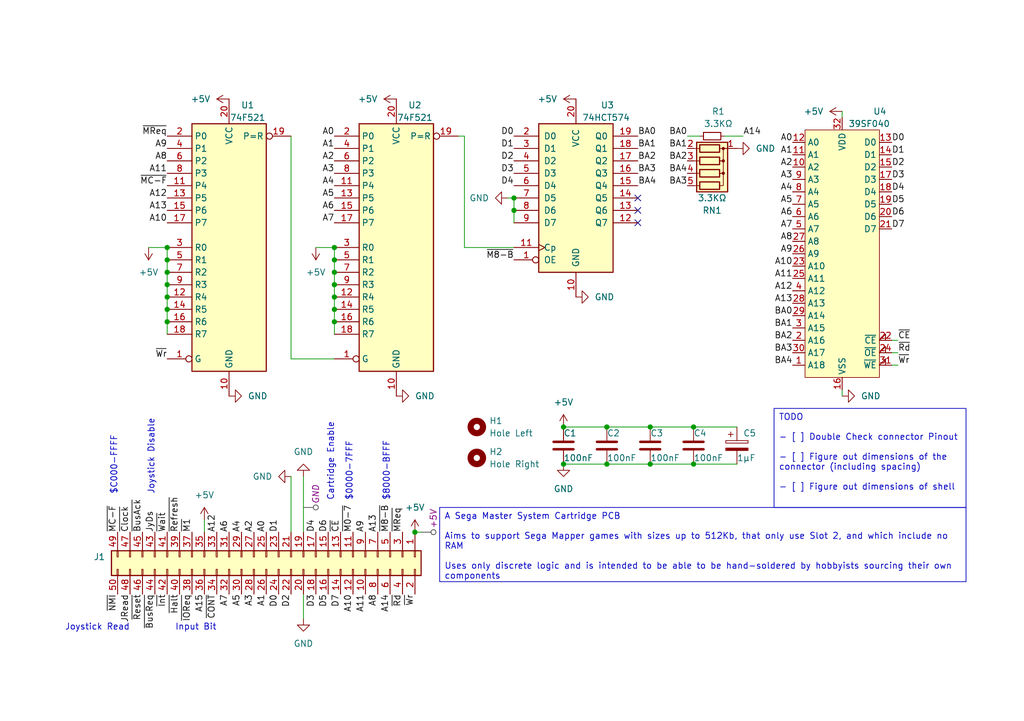
<source format=kicad_sch>
(kicad_sch (version 20230121) (generator eeschema)
  (paper "A5")
  (title_block (title "Dummy SMS Cart") (date "September 2023") (rev "v0a"))
  (lib_symbols
    (symbol "74xx:74HCT574" (pin_names (offset 1.016))
      (property "Reference" "U" (at -7.62 16.51 0))
      (property "Value" "74HCT574" (at -7.62 -16.51 0))
      (symbol "74HCT574_1_0"
        (pin input inverted (at -12.7 -12.7 0) (length 5.08) (name "OE") (number "1"))
        (pin power_in line (at 0 -20.32 90) (length 5.08) (name "GND") (number "10"))
        (pin input clock (at -12.7 -10.16 0) (length 5.08) (name "Cp") (number "11"))
        (pin tri_state line (at 12.7 -5.08 180) (length 5.08) (name "Q7") (number "12"))
        (pin tri_state line (at 12.7 -2.54 180) (length 5.08) (name "Q6") (number "13"))
        (pin tri_state line (at 12.7 0 180) (length 5.08) (name "Q5") (number "14"))
        (pin tri_state line (at 12.7 2.54 180) (length 5.08) (name "Q4") (number "15"))
        (pin tri_state line (at 12.7 5.08 180) (length 5.08) (name "Q3") (number "16"))
        (pin tri_state line (at 12.7 7.62 180) (length 5.08) (name "Q2") (number "17"))
        (pin tri_state line (at 12.7 10.16 180) (length 5.08) (name "Q1") (number "18"))
        (pin tri_state line (at 12.7 12.7 180) (length 5.08) (name "Q0") (number "19"))
        (pin input line (at -12.7 12.7 0) (length 5.08) (name "D0") (number "2"))
        (pin power_in line (at 0 20.32 270) (length 5.08) (name "VCC") (number "20"))
        (pin input line (at -12.7 10.16 0) (length 5.08) (name "D1") (number "3"))
        (pin input line (at -12.7 7.62 0) (length 5.08) (name "D2") (number "4"))
        (pin input line (at -12.7 5.08 0) (length 5.08) (name "D3") (number "5"))
        (pin input line (at -12.7 2.54 0) (length 5.08) (name "D4") (number "6"))
        (pin input line (at -12.7 0 0) (length 5.08) (name "D5") (number "7"))
        (pin input line (at -12.7 -2.54 0) (length 5.08) (name "D6") (number "8"))
        (pin input line (at -12.7 -5.08 0) (length 5.08) (name "D7") (number "9"))
      )
      (symbol "74HCT574_1_1"
        (rectangle (start -7.62 15.24) (end 7.62 -15.24) (stroke (width 0.254)) (fill (type background)))
      )
    )
    (symbol "74xx:74HCT688"
      (property "Reference" "U" (at -7.62 26.67 0))
      (property "Value" "74HCT688" (at -7.62 -26.67 0))
      (symbol "74HCT688_1_0"
        (pin input inverted (at -12.7 -22.86 0) (length 5.08) (name "G") (number "1"))
        (pin power_in line (at 0 -30.48 90) (length 5.08) (name "GND") (number "10"))
        (pin input line (at -12.7 12.7 0) (length 5.08) (name "P4") (number "11"))
        (pin input line (at -12.7 -10.16 0) (length 5.08) (name "R4") (number "12"))
        (pin input line (at -12.7 10.16 0) (length 5.08) (name "P5") (number "13"))
        (pin input line (at -12.7 -12.7 0) (length 5.08) (name "R5") (number "14"))
        (pin input line (at -12.7 7.62 0) (length 5.08) (name "P6") (number "15"))
        (pin input line (at -12.7 -15.24 0) (length 5.08) (name "R6") (number "16"))
        (pin input line (at -12.7 5.08 0) (length 5.08) (name "P7") (number "17"))
        (pin input line (at -12.7 -17.78 0) (length 5.08) (name "R7") (number "18"))
        (pin output inverted (at 12.7 22.86 180) (length 5.08) (name "P=R") (number "19"))
        (pin input line (at -12.7 22.86 0) (length 5.08) (name "P0") (number "2"))
        (pin power_in line (at 0 30.48 270) (length 5.08) (name "VCC") (number "20"))
        (pin input line (at -12.7 0 0) (length 5.08) (name "R0") (number "3"))
        (pin input line (at -12.7 20.32 0) (length 5.08) (name "P1") (number "4"))
        (pin input line (at -12.7 -2.54 0) (length 5.08) (name "R1") (number "5"))
        (pin input line (at -12.7 17.78 0) (length 5.08) (name "P2") (number "6"))
        (pin input line (at -12.7 -5.08 0) (length 5.08) (name "R2") (number "7"))
        (pin input line (at -12.7 15.24 0) (length 5.08) (name "P3") (number "8"))
        (pin input line (at -12.7 -7.62 0) (length 5.08) (name "R3") (number "9"))
      )
      (symbol "74HCT688_1_1"
        (rectangle (start -7.62 25.4) (end 7.62 -25.4) (stroke (width 0.254)) (fill (type background)))
      )
    )
    (symbol "Connector_Generic:Conn_02x25_Odd_Even" (pin_names (offset 1.016) hide)
      (property "Reference" "J" (at 1.27 33.02 0))
      (property "Value" "Conn_02x25_Odd_Even" (at 1.27 -33.02 0))
      (symbol "Conn_02x25_Odd_Even_1_1"
        (rectangle (start -1.27 -30.353) (end 0 -30.607) (stroke (width 0.1524)))
        (rectangle (start -1.27 -27.813) (end 0 -28.067) (stroke (width 0.1524)))
        (rectangle (start -1.27 -25.273) (end 0 -25.527) (stroke (width 0.1524)))
        (rectangle (start -1.27 -22.733) (end 0 -22.987) (stroke (width 0.1524)))
        (rectangle (start -1.27 -20.193) (end 0 -20.447) (stroke (width 0.1524)))
        (rectangle (start -1.27 -17.653) (end 0 -17.907) (stroke (width 0.1524)))
        (rectangle (start -1.27 -15.113) (end 0 -15.367) (stroke (width 0.1524)))
        (rectangle (start -1.27 -12.573) (end 0 -12.827) (stroke (width 0.1524)))
        (rectangle (start -1.27 -10.033) (end 0 -10.287) (stroke (width 0.1524)))
        (rectangle (start -1.27 -7.493) (end 0 -7.747) (stroke (width 0.1524)))
        (rectangle (start -1.27 -4.953) (end 0 -5.207) (stroke (width 0.1524)))
        (rectangle (start -1.27 -2.413) (end 0 -2.667) (stroke (width 0.1524)))
        (rectangle (start -1.27 0.127) (end 0 -0.127) (stroke (width 0.1524)))
        (rectangle (start -1.27 2.667) (end 0 2.413) (stroke (width 0.1524)))
        (rectangle (start -1.27 5.207) (end 0 4.953) (stroke (width 0.1524)))
        (rectangle (start -1.27 7.747) (end 0 7.493) (stroke (width 0.1524)))
        (rectangle (start -1.27 10.287) (end 0 10.033) (stroke (width 0.1524)))
        (rectangle (start -1.27 12.827) (end 0 12.573) (stroke (width 0.1524)))
        (rectangle (start -1.27 15.367) (end 0 15.113) (stroke (width 0.1524)))
        (rectangle (start -1.27 17.907) (end 0 17.653) (stroke (width 0.1524)))
        (rectangle (start -1.27 20.447) (end 0 20.193) (stroke (width 0.1524)))
        (rectangle (start -1.27 22.987) (end 0 22.733) (stroke (width 0.1524)))
        (rectangle (start -1.27 25.527) (end 0 25.273) (stroke (width 0.1524)))
        (rectangle (start -1.27 28.067) (end 0 27.813) (stroke (width 0.1524)))
        (rectangle (start -1.27 30.607) (end 0 30.353) (stroke (width 0.1524)))
        (rectangle (start -1.27 31.75) (end 3.81 -31.75) (stroke (width 0.254)) (fill (type background)))
        (rectangle (start 3.81 -30.353) (end 2.54 -30.607) (stroke (width 0.1524)))
        (rectangle (start 3.81 -27.813) (end 2.54 -28.067) (stroke (width 0.1524)))
        (rectangle (start 3.81 -25.273) (end 2.54 -25.527) (stroke (width 0.1524)))
        (rectangle (start 3.81 -22.733) (end 2.54 -22.987) (stroke (width 0.1524)))
        (rectangle (start 3.81 -20.193) (end 2.54 -20.447) (stroke (width 0.1524)))
        (rectangle (start 3.81 -17.653) (end 2.54 -17.907) (stroke (width 0.1524)))
        (rectangle (start 3.81 -15.113) (end 2.54 -15.367) (stroke (width 0.1524)))
        (rectangle (start 3.81 -12.573) (end 2.54 -12.827) (stroke (width 0.1524)))
        (rectangle (start 3.81 -10.033) (end 2.54 -10.287) (stroke (width 0.1524)))
        (rectangle (start 3.81 -7.493) (end 2.54 -7.747) (stroke (width 0.1524)))
        (rectangle (start 3.81 -4.953) (end 2.54 -5.207) (stroke (width 0.1524)))
        (rectangle (start 3.81 -2.413) (end 2.54 -2.667) (stroke (width 0.1524)))
        (rectangle (start 3.81 0.127) (end 2.54 -0.127) (stroke (width 0.1524)))
        (rectangle (start 3.81 2.667) (end 2.54 2.413) (stroke (width 0.1524)))
        (rectangle (start 3.81 5.207) (end 2.54 4.953) (stroke (width 0.1524)))
        (rectangle (start 3.81 7.747) (end 2.54 7.493) (stroke (width 0.1524)))
        (rectangle (start 3.81 10.287) (end 2.54 10.033) (stroke (width 0.1524)))
        (rectangle (start 3.81 12.827) (end 2.54 12.573) (stroke (width 0.1524)))
        (rectangle (start 3.81 15.367) (end 2.54 15.113) (stroke (width 0.1524)))
        (rectangle (start 3.81 17.907) (end 2.54 17.653) (stroke (width 0.1524)))
        (rectangle (start 3.81 20.447) (end 2.54 20.193) (stroke (width 0.1524)))
        (rectangle (start 3.81 22.987) (end 2.54 22.733) (stroke (width 0.1524)))
        (rectangle (start 3.81 25.527) (end 2.54 25.273) (stroke (width 0.1524)))
        (rectangle (start 3.81 28.067) (end 2.54 27.813) (stroke (width 0.1524)))
        (rectangle (start 3.81 30.607) (end 2.54 30.353) (stroke (width 0.1524)))
        (pin passive line (at -5.08 30.48 0) (length 3.81) (name "Pin_1") (number "1"))
        (pin passive line (at 7.62 20.32 180) (length 3.81) (name "Pin_10") (number "10"))
        (pin passive line (at -5.08 17.78 0) (length 3.81) (name "Pin_11") (number "11"))
        (pin passive line (at 7.62 17.78 180) (length 3.81) (name "Pin_12") (number "12"))
        (pin passive line (at -5.08 15.24 0) (length 3.81) (name "Pin_13") (number "13"))
        (pin passive line (at 7.62 15.24 180) (length 3.81) (name "Pin_14") (number "14"))
        (pin passive line (at -5.08 12.7 0) (length 3.81) (name "Pin_15") (number "15"))
        (pin passive line (at 7.62 12.7 180) (length 3.81) (name "Pin_16") (number "16"))
        (pin passive line (at -5.08 10.16 0) (length 3.81) (name "Pin_17") (number "17"))
        (pin passive line (at 7.62 10.16 180) (length 3.81) (name "Pin_18") (number "18"))
        (pin passive line (at -5.08 7.62 0) (length 3.81) (name "Pin_19") (number "19"))
        (pin passive line (at 7.62 30.48 180) (length 3.81) (name "Pin_2") (number "2"))
        (pin passive line (at 7.62 7.62 180) (length 3.81) (name "Pin_20") (number "20"))
        (pin passive line (at -5.08 5.08 0) (length 3.81) (name "Pin_21") (number "21"))
        (pin passive line (at 7.62 5.08 180) (length 3.81) (name "Pin_22") (number "22"))
        (pin passive line (at -5.08 2.54 0) (length 3.81) (name "Pin_23") (number "23"))
        (pin passive line (at 7.62 2.54 180) (length 3.81) (name "Pin_24") (number "24"))
        (pin passive line (at -5.08 0 0) (length 3.81) (name "Pin_25") (number "25"))
        (pin passive line (at 7.62 0 180) (length 3.81) (name "Pin_26") (number "26"))
        (pin passive line (at -5.08 -2.54 0) (length 3.81) (name "Pin_27") (number "27"))
        (pin passive line (at 7.62 -2.54 180) (length 3.81) (name "Pin_28") (number "28"))
        (pin passive line (at -5.08 -5.08 0) (length 3.81) (name "Pin_29") (number "29"))
        (pin passive line (at -5.08 27.94 0) (length 3.81) (name "Pin_3") (number "3"))
        (pin passive line (at 7.62 -5.08 180) (length 3.81) (name "Pin_30") (number "30"))
        (pin passive line (at -5.08 -7.62 0) (length 3.81) (name "Pin_31") (number "31"))
        (pin passive line (at 7.62 -7.62 180) (length 3.81) (name "Pin_32") (number "32"))
        (pin passive line (at -5.08 -10.16 0) (length 3.81) (name "Pin_33") (number "33"))
        (pin passive line (at 7.62 -10.16 180) (length 3.81) (name "Pin_34") (number "34"))
        (pin passive line (at -5.08 -12.7 0) (length 3.81) (name "Pin_35") (number "35"))
        (pin passive line (at 7.62 -12.7 180) (length 3.81) (name "Pin_36") (number "36"))
        (pin passive line (at -5.08 -15.24 0) (length 3.81) (name "Pin_37") (number "37"))
        (pin passive line (at 7.62 -15.24 180) (length 3.81) (name "Pin_38") (number "38"))
        (pin passive line (at -5.08 -17.78 0) (length 3.81) (name "Pin_39") (number "39"))
        (pin passive line (at 7.62 27.94 180) (length 3.81) (name "Pin_4") (number "4"))
        (pin passive line (at 7.62 -17.78 180) (length 3.81) (name "Pin_40") (number "40"))
        (pin passive line (at -5.08 -20.32 0) (length 3.81) (name "Pin_41") (number "41"))
        (pin passive line (at 7.62 -20.32 180) (length 3.81) (name "Pin_42") (number "42"))
        (pin passive line (at -5.08 -22.86 0) (length 3.81) (name "Pin_43") (number "43"))
        (pin passive line (at 7.62 -22.86 180) (length 3.81) (name "Pin_44") (number "44"))
        (pin passive line (at -5.08 -25.4 0) (length 3.81) (name "Pin_45") (number "45"))
        (pin passive line (at 7.62 -25.4 180) (length 3.81) (name "Pin_46") (number "46"))
        (pin passive line (at -5.08 -27.94 0) (length 3.81) (name "Pin_47") (number "47"))
        (pin passive line (at 7.62 -27.94 180) (length 3.81) (name "Pin_48") (number "48"))
        (pin passive line (at -5.08 -30.48 0) (length 3.81) (name "Pin_49") (number "49"))
        (pin passive line (at -5.08 25.4 0) (length 3.81) (name "Pin_5") (number "5"))
        (pin passive line (at 7.62 -30.48 180) (length 3.81) (name "Pin_50") (number "50"))
        (pin passive line (at 7.62 25.4 180) (length 3.81) (name "Pin_6") (number "6"))
        (pin passive line (at -5.08 22.86 0) (length 3.81) (name "Pin_7") (number "7"))
        (pin passive line (at 7.62 22.86 180) (length 3.81) (name "Pin_8") (number "8"))
        (pin passive line (at -5.08 20.32 0) (length 3.81) (name "Pin_9") (number "9"))
      )
    )
    (symbol "Device:C" (pin_numbers hide) (pin_names (offset 0.254))
      (property "Reference" "C" (at 0.635 2.54 0))
      (property "Value" "C" (at 0.635 -2.54 0))
      (symbol "C_0_1"
        (polyline (pts (xy -2.032 -0.762) (xy 2.032 -0.762)) (stroke (width 0.508)))
        (polyline (pts (xy -2.032 0.762) (xy 2.032 0.762)) (stroke (width 0.508)))
      )
      (symbol "C_1_1"
        (pin passive line (at 0 3.81 270) (length 2.794) (name "~") (number "1"))
        (pin passive line (at 0 -3.81 90) (length 2.794) (name "~") (number "2"))
      )
    )
    (symbol "Device:C_Polarized" (pin_numbers hide) (pin_names (offset 0.254))
      (property "Reference" "C" (at 0.635 2.54 0))
      (property "Value" "C_Polarized" (at 0.635 -2.54 0))
      (symbol "C_Polarized_0_1"
        (rectangle (start -2.286 0.508) (end 2.286 1.016))
        (polyline (pts (xy -1.778 2.286) (xy -0.762 2.286)))
        (polyline (pts (xy -1.27 2.794) (xy -1.27 1.778)))
        (rectangle (start 2.286 -0.508) (end -2.286 -1.016) (fill (type outline)))
      )
      (symbol "C_Polarized_1_1"
        (pin passive line (at 0 3.81 270) (length 2.794) (name "~") (number "1"))
        (pin passive line (at 0 -3.81 90) (length 2.794) (name "~") (number "2"))
      )
    )
    (symbol "Device:R_Network04" (pin_names (offset 0) hide)
      (property "Reference" "RN" (at -7.62 0 90))
      (property "Value" "R_Network04" (at 5.08 0 90))
      (symbol "R_Network04_0_1"
        (rectangle (start -6.35 -3.175) (end 3.81 3.175) (stroke (width 0.254)) (fill (type background)))
        (rectangle (start -5.842 1.524) (end -4.318 -2.54) (stroke (width 0.254)))
        (circle (center -5.08 2.286) (radius 0.254) (fill (type outline)))
        (rectangle (start -3.302 1.524) (end -1.778 -2.54) (stroke (width 0.254)))
        (circle (center -2.54 2.286) (radius 0.254) (fill (type outline)))
        (rectangle (start -0.762 1.524) (end 0.762 -2.54) (stroke (width 0.254)))
        (polyline (pts (xy -5.08 -2.54) (xy -5.08 -3.81)))
        (polyline (pts (xy -2.54 -2.54) (xy -2.54 -3.81)))
        (polyline (pts (xy 0 -2.54) (xy 0 -3.81)))
        (polyline (pts (xy 2.54 -2.54) (xy 2.54 -3.81)))
        (polyline (pts (xy -5.08 1.524) (xy -5.08 2.286) (xy -2.54 2.286) (xy -2.54 1.524)))
        (polyline (pts (xy -2.54 1.524) (xy -2.54 2.286) (xy 0 2.286) (xy 0 1.524)))
        (polyline (pts (xy 0 1.524) (xy 0 2.286) (xy 2.54 2.286) (xy 2.54 1.524)))
        (circle (center 0 2.286) (radius 0.254) (fill (type outline)))
        (rectangle (start 1.778 1.524) (end 3.302 -2.54) (stroke (width 0.254)))
      )
      (symbol "R_Network04_1_1"
        (pin passive line (at -5.08 5.08 270) (length 2.54) (name "common") (number "1"))
        (pin passive line (at -5.08 -5.08 90) (length 1.27) (name "R1") (number "2"))
        (pin passive line (at -2.54 -5.08 90) (length 1.27) (name "R2") (number "3"))
        (pin passive line (at 0 -5.08 90) (length 1.27) (name "R3") (number "4"))
        (pin passive line (at 2.54 -5.08 90) (length 1.27) (name "R4") (number "5"))
      )
    )
    (symbol "Device:R_Small" (pin_numbers hide) (pin_names (offset 0.254) hide)
      (property "Reference" "R" (at 0.762 0.508 0))
      (property "Value" "R_Small" (at 0.762 -1.016 0))
      (symbol "R_Small_0_1"
        (rectangle (start -0.762 1.778) (end 0.762 -1.778) (stroke (width 0.2032)))
      )
      (symbol "R_Small_1_1"
        (pin passive line (at 0 2.54 270) (length 0.762) (name "~") (number "1"))
        (pin passive line (at 0 -2.54 90) (length 0.762) (name "~") (number "2"))
      )
    )
    (symbol "Mechanical:MountingHole" (pin_names (offset 1.016))
      (property "Reference" "H" (at 0 5.08 0))
      (property "Value" "MountingHole" (at 0 3.175 0))
      (symbol "MountingHole_0_1"
        (circle (center 0 0) (radius 1.27) (stroke (width 1.27)))
      )
    )
    (symbol "Memory_Lib:SST39SF040"
      (property "Reference" "U" (at 11.43 54.61 0))
      (property "Value" "SST39SF040" (at 19.05 52.07 0))
      (symbol "SST39SF040_1_1"
        (rectangle (start 0 50.8) (end 15.24 0) (fill (type background)))
        (pin input line (at -2.54 2.54 0) (length 2.54) (name "A18") (number "1"))
        (pin input line (at -2.54 43.18 0) (length 2.54) (name "A2") (number "10"))
        (pin input line (at -2.54 45.72 0) (length 2.54) (name "A1") (number "11"))
        (pin input line (at -2.54 48.26 0) (length 2.54) (name "A0") (number "12"))
        (pin bidirectional line (at 17.78 48.26 180) (length 2.54) (name "D0") (number "13"))
        (pin bidirectional line (at 17.78 45.72 180) (length 2.54) (name "D1") (number "14"))
        (pin bidirectional line (at 17.78 43.18 180) (length 2.54) (name "D2") (number "15"))
        (pin power_in line (at 7.62 -2.54 90) (length 2.54) (name "VSS") (number "16"))
        (pin bidirectional line (at 17.78 40.64 180) (length 2.54) (name "D3") (number "17"))
        (pin bidirectional line (at 17.78 38.1 180) (length 2.54) (name "D4") (number "18"))
        (pin bidirectional line (at 17.78 35.56 180) (length 2.54) (name "D5") (number "19"))
        (pin input line (at -2.54 7.62 0) (length 2.54) (name "A16") (number "2"))
        (pin bidirectional line (at 17.78 33.02 180) (length 2.54) (name "D6") (number "20"))
        (pin bidirectional line (at 17.78 30.48 180) (length 2.54) (name "D7") (number "21"))
        (pin input input_low (at 17.78 7.62 180) (length 2.54) (name "~{CE}") (number "22"))
        (pin input line (at -2.54 22.86 0) (length 2.54) (name "A10") (number "23"))
        (pin input input_low (at 17.78 5.08 180) (length 2.54) (name "~{OE}") (number "24"))
        (pin input line (at -2.54 20.32 0) (length 2.54) (name "A11") (number "25"))
        (pin input line (at -2.54 25.4 0) (length 2.54) (name "A9") (number "26"))
        (pin input line (at -2.54 27.94 0) (length 2.54) (name "A8") (number "27"))
        (pin input line (at -2.54 15.24 0) (length 2.54) (name "A13") (number "28"))
        (pin input line (at -2.54 12.7 0) (length 2.54) (name "A14") (number "29"))
        (pin input line (at -2.54 10.16 0) (length 2.54) (name "A15") (number "3"))
        (pin input line (at -2.54 5.08 0) (length 2.54) (name "A17") (number "30"))
        (pin input input_low (at 17.78 2.54 180) (length 2.54) (name "~{WE}") (number "31"))
        (pin power_in line (at 7.62 53.34 270) (length 2.54) (name "VDD") (number "32"))
        (pin input line (at -2.54 17.78 0) (length 2.54) (name "A12") (number "4"))
        (pin input line (at -2.54 30.48 0) (length 2.54) (name "A7") (number "5"))
        (pin input line (at -2.54 33.02 0) (length 2.54) (name "A6") (number "6"))
        (pin input line (at -2.54 35.56 0) (length 2.54) (name "A5") (number "7"))
        (pin input line (at -2.54 38.1 0) (length 2.54) (name "A4") (number "8"))
        (pin input line (at -2.54 40.64 0) (length 2.54) (name "A3") (number "9"))
      )
    )
    (symbol "power:+5V" (power) (pin_names (offset 0))
      (property "Value" "+5V" (at 0 3.556 0))
      (symbol "+5V_0_1"
        (polyline (pts (xy -0.762 1.27) (xy 0 2.54)))
        (polyline (pts (xy 0 0) (xy 0 2.54)))
        (polyline (pts (xy 0 2.54) (xy 0.762 1.27)))
      )
      (symbol "+5V_1_1"
        (pin power_in line (at 0 0 90) (length 0) hide (name "+5V") (number "1"))
      )
    )
    (symbol "power:GND" (power) (pin_names (offset 0))
      (property "Value" "GND" (at 0 -3.81 0))
      (symbol "GND_0_1"
        (polyline (pts (xy 0 0) (xy 0 -1.27) (xy 1.27 -1.27) (xy 0 -2.54) (xy -1.27 -1.27) (xy 0 -1.27)))
      )
      (symbol "GND_1_1"
        (pin power_in line (at 0 0 270) (length 0) hide (name "GND") (number "1"))
      )
    )
  )
  (junction (at 68.58 53.34))
  (junction (at 68.58 63.5))
  (junction (at 68.58 50.8))
  (junction (at 105.41 40.64))
  (junction (at 34.29 53.34))
  (junction (at 124.46 87.63))
  (junction (at 34.29 50.8))
  (junction (at 68.58 60.96))
  (junction (at 34.29 55.88))
  (junction (at 142.24 95.25))
  (junction (at 133.35 95.25))
  (junction (at 133.35 87.63))
  (junction (at 34.29 63.5))
  (junction (at 34.29 58.42))
  (junction (at 34.29 66.04))
  (junction (at 85.09 109.22))
  (junction (at 68.58 55.88))
  (junction (at 124.46 95.25))
  (junction (at 105.41 43.18))
  (junction (at 142.24 87.63))
  (junction (at 34.29 60.96))
  (junction (at 68.58 58.42))
  (junction (at 68.58 66.04))
  (junction (at 115.57 95.25))
  (junction (at 115.57 87.63))
  (no_connect (at 130.81 40.64))
  (no_connect (at 130.81 45.72))
  (no_connect (at 130.81 43.18))
  (wire (pts (xy 68.58 58.42) (xy 68.58 60.96)))
  (wire (pts (xy 68.58 66.04) (xy 68.58 68.58)))
  (wire (pts (xy 143.51 27.94) (xy 140.97 27.94)))
  (wire (pts (xy 124.46 87.63) (xy 133.35 87.63)))
  (wire (pts (xy 142.24 87.63) (xy 151.13 87.63)))
  (wire (pts (xy 142.24 95.25) (xy 151.13 95.25)))
  (wire (pts (xy 95.25 27.94) (xy 95.25 50.8)))
  (wire (pts (xy 30.48 50.8) (xy 34.29 50.8)))
  (wire (pts (xy 133.35 95.25) (xy 142.24 95.25)))
  (wire (pts (xy 152.4 27.94) (xy 148.59 27.94)))
  (wire (pts (xy 68.58 53.34) (xy 68.58 55.88)))
  (wire (pts (xy 115.57 87.63) (xy 124.46 87.63)))
  (wire (pts (xy 34.29 50.8) (xy 34.29 53.34)))
  (wire (pts (xy 34.29 66.04) (xy 34.29 68.58)))
  (wire (pts (xy 105.41 40.64) (xy 105.41 43.18)))
  (wire (pts (xy 34.29 58.42) (xy 34.29 60.96)))
  (wire (pts (xy 68.58 60.96) (xy 68.58 63.5)))
  (wire (pts (xy 34.29 55.88) (xy 34.29 58.42)))
  (wire (pts (xy 59.69 73.66) (xy 59.69 27.94)))
  (wire (pts (xy 184.15 69.85) (xy 182.88 69.85)))
  (wire (pts (xy 64.77 50.8) (xy 68.58 50.8)))
  (wire (pts (xy 124.46 95.25) (xy 133.35 95.25)))
  (wire (pts (xy 104.14 40.64) (xy 105.41 40.64)))
  (wire (pts (xy 41.91 106.68) (xy 41.91 109.22)))
  (wire (pts (xy 34.29 63.5) (xy 34.29 66.04)))
  (wire (pts (xy 184.15 74.93) (xy 182.88 74.93)))
  (wire (pts (xy 172.72 22.86) (xy 172.72 24.13)))
  (wire (pts (xy 34.29 60.96) (xy 34.29 63.5)))
  (wire (pts (xy 172.72 81.28) (xy 172.72 80.01)))
  (wire (pts (xy 95.25 50.8) (xy 105.41 50.8)))
  (wire (pts (xy 68.58 63.5) (xy 68.58 66.04)))
  (wire (pts (xy 34.29 53.34) (xy 34.29 55.88)))
  (wire (pts (xy 68.58 55.88) (xy 68.58 58.42)))
  (wire (pts (xy 184.15 72.39) (xy 182.88 72.39)))
  (wire (pts (xy 86.36 109.22) (xy 85.09 109.22)))
  (wire (pts (xy 95.25 27.94) (xy 93.98 27.94)))
  (wire (pts (xy 133.35 87.63) (xy 142.24 87.63)))
  (wire (pts (xy 62.23 127) (xy 62.23 121.92)))
  (wire (pts (xy 59.69 97.79) (xy 59.69 109.22)))
  (wire (pts (xy 105.41 43.18) (xy 105.41 45.72)))
  (wire (pts (xy 68.58 50.8) (xy 68.58 53.34)))
  (wire (pts (xy 62.23 97.79) (xy 62.23 109.22)))
  (wire (pts (xy 68.58 73.66) (xy 59.69 73.66)))
  (wire (pts (xy 115.57 95.25) (xy 124.46 95.25)))
  (text_box "A Sega Master System Cartridge PCB\n\nAims to support Sega Mapper games with sizes up to 512Kb, that only use Slot 2, and which include no RAM\n\nUses only discrete logic and is intended to be able to be hand-soldered by hobbyists sourcing their own components" (at 90.17 104.14 0) (size 107.95 15.24) (effects (font (size 1.27 1.27)) (justify left top)))
  (text_box "TODO\n\n- [ ] Double Check connector Pinout\n\n- [ ] Figure out dimensions of the connector (including spacing)\n\n- [ ] Figure out dimensions of shell" (at 158.75 83.82 0) (size 39.37 20.32) (effects (font (size 1.27 1.27)) (justify left top)))
  (text "Cartridge Enable" (at 68.58 102.87 90) (effects (font (size 1.27 1.27)) (justify left bottom)))
  (text "$8000-BFFF" (at 80.01 102.87 90) (effects (font (size 1.27 1.27)) (justify left bottom)))
  (text "$0000-7FFF" (at 72.39 102.87 90) (effects (font (size 1.27 1.27)) (justify left bottom)))
  (text "$C000-FFFF" (at 24.13 101.6 90) (effects (font (size 1.27 1.27)) (justify left bottom)))
  (text "Input Bit" (at 44.45 129.54 0) (effects (font (size 1.27 1.27)) (justify right bottom)))
  (text "Joystick Disable" (at 31.75 101.6 90) (effects (font (size 1.27 1.27)) (justify left bottom)))
  (text "Joystick Read" (at 26.67 129.54 0) (effects (font (size 1.27 1.27)) (justify right bottom)))
  (label "A8" (at 77.47 121.92 270))
  (label "A7" (at 46.99 121.92 270))
  (label "A9" (at 34.29 30.48 180))
  (label "A9" (at 74.93 109.22 90))
  (label " ~{Reset}" (at 29.21 121.92 270))
  (label "A6" (at 46.99 109.22 90))
  (label "A5" (at 162.56 41.91 180))
  (label "~{BusAck}" (at 29.21 109.22 90))
  (label "~{Wr}" (at 184.15 74.93 0))
  (label "D3" (at 182.88 36.83 0))
  (label "A1" (at 68.58 30.48 180))
  (label "A0" (at 68.58 27.94 180))
  (label "BA4" (at 140.97 35.56 180))
  (label "A10" (at 72.39 121.92 270))
  (label "BA0" (at 162.56 64.77 180))
  (label "A13" (at 162.56 62.23 180))
  (label "A14" (at 152.4 27.94 0))
  (label " ~{CONT}" (at 44.45 121.92 270))
  (label "D4" (at 64.77 109.22 90))
  (label "A13" (at 34.29 43.18 180))
  (label "A12" (at 44.45 109.22 90))
  (label "~{Clock}" (at 26.67 109.22 90))
  (label "D2" (at 59.69 121.92 270))
  (label "~{Rd}" (at 82.55 121.92 270))
  (label "BA3" (at 140.97 38.1 180))
  (label "A2" (at 162.56 34.29 180))
  (label "~{MReq}" (at 82.55 109.22 90))
  (label "D1" (at 182.88 31.75 0))
  (label "~{CE}" (at 69.85 109.22 90))
  (label "A11" (at 162.56 57.15 180))
  (label "D2" (at 105.41 33.02 180))
  (label "~{M8-B}" (at 105.41 53.34 180))
  (label "A6" (at 68.58 43.18 180))
  (label "BA2" (at 140.97 33.02 180))
  (label "A3" (at 162.56 36.83 180))
  (label "D0" (at 105.41 27.94 180))
  (label "BA4" (at 134.62 38.1 180))
  (label "BA2" (at 162.56 69.85 180))
  (label "A2" (at 68.58 33.02 180))
  (label "A6" (at 162.56 44.45 180))
  (label "A8" (at 34.29 33.02 180))
  (label "~{MReq}" (at 34.29 27.94 180))
  (label "A11" (at 34.29 35.56 180))
  (label "A14" (at 80.01 121.92 270))
  (label "~{Refresh}" (at 36.83 109.22 90))
  (label "BA0" (at 130.81 27.94 0))
  (label "~{BusReq}" (at 31.75 121.92 270))
  (label "BA4" (at 162.56 74.93 180))
  (label "~{IOReq}" (at 39.37 121.92 270))
  (label "D1" (at 57.15 109.22 90))
  (label "JRead" (at 26.67 121.92 270))
  (label "~{Int}" (at 34.29 121.92 270))
  (label "A5" (at 68.58 40.64 180))
  (label "A4" (at 49.53 109.22 90))
  (label "~{MC-F}" (at 24.13 109.22 90))
  (label "A1" (at 54.61 121.92 270))
  (label "D6" (at 67.31 109.22 90))
  (label "A12" (at 162.56 59.69 180))
  (label "D5" (at 182.88 41.91 0))
  (label "A12" (at 34.29 40.64 180))
  (label "A1" (at 162.56 31.75 180))
  (label "A7" (at 68.58 45.72 180))
  (label "D0" (at 57.15 121.92 270))
  (label "BA2" (at 130.81 33.02 0))
  (label "D4" (at 182.88 39.37 0))
  (label "BA1" (at 130.81 30.48 0))
  (label "A4" (at 162.56 39.37 180))
  (label "BA3" (at 130.81 35.56 0))
  (label "~{Rd}" (at 184.15 72.39 0))
  (label "D3" (at 105.41 35.56 180))
  (label "A7" (at 162.56 46.99 180))
  (label "D7" (at 182.88 46.99 0))
  (label "A10" (at 162.56 54.61 180))
  (label "~{Wr}" (at 34.29 73.66 180))
  (label "~{M1}" (at 39.37 109.22 90))
  (label "~{Wait}" (at 34.29 109.22 90))
  (label "A9" (at 162.56 52.07 180))
  (label "D3" (at 64.77 121.92 270))
  (label "D7" (at 69.85 121.92 270))
  (label "~{CE}" (at 184.15 69.85 0))
  (label "~{NMI}" (at 24.13 121.92 270))
  (label "D6" (at 182.88 44.45 0))
  (label "A3" (at 52.07 121.92 270))
  (label "A5" (at 49.53 121.92 270))
  (label "JyDs" (at 31.75 109.22 90))
  (label "D2" (at 182.88 34.29 0))
  (label "~{Wr}" (at 85.09 121.92 270))
  (label "BA1" (at 162.56 67.31 180))
  (label "A8" (at 162.56 49.53 180))
  (label "D1" (at 105.41 30.48 180))
  (label "D0" (at 182.88 29.21 0))
  (label "A0" (at 162.56 29.21 180))
  (label "D4" (at 105.41 38.1 180))
  (label "~{M0-7}" (at 72.39 109.22 90))
  (label "A3" (at 68.58 35.56 180))
  (label "A10" (at 34.29 45.72 180))
  (label "~{M8-B}" (at 80.01 109.22 90))
  (label "~{MC-F}" (at 34.29 38.1 180))
  (label "A11" (at 74.93 121.92 270))
  (label "BA3" (at 162.56 72.39 180))
  (label "BA1" (at 140.97 30.48 180))
  (label "A4" (at 68.58 38.1 180))
  (label "D5" (at 67.31 121.92 270))
  (label "A15" (at 41.91 121.92 270))
  (label "~{Halt}" (at 36.83 121.92 270))
  (label "A0" (at 54.61 109.22 90))
  (label "A2" (at 52.07 109.22 90))
  (label "BA0" (at 140.97 27.94 180))
  (label "A13" (at 77.47 109.22 90))
  (netclass_flag "" (length 2.54) (shape round) (at 62.23 104.14 270) (property "Netclass" "GND" (at 64.77 103.4415 90) (effects (font italic) (justify left))))
  (netclass_flag "" (length 2.54) (shape round) (at 86.36 109.22 270) (property "Netclass" "+5V" (at 88.9 108.5215 90) (effects (font italic) (justify left))))
  (symbol (lib_id "Device:R_Small") (at 146.05 27.94 90) (unit 1)
    (property "Reference" "R1" (at 147.32 22.86 90))
    (property "Value" "3.3KΩ" (at 147.32 25.4 90))
    (property "Footprint" "Resistor_THT:R_Axial_DIN0204_L3.6mm_D1.6mm_P5.08mm_Horizontal" (effects hide))
  )
  (symbol (lib_id "Device:C") (at 115.57 91.44 0) (unit 1)
    (property "Reference" "C1" (at 115.57 88.9 0) (effects (justify left)))
    (property "Value" "100nF" (at 115.57 93.98 0) (effects (justify left)))
    (property "Footprint" "Capacitor_THT:C_Disc_D3.0mm_W1.6mm_P2.50mm" (effects hide))
  )
  (symbol (lib_id "power:GND") (at 62.23 127 0) (unit 1)
    (property "Reference" "#PWR02" (effects hide))
    (property "Value" "GND" (at 62.23 132.08 0))
  )
  (symbol (lib_id "Device:C") (at 124.46 91.44 0) (unit 1)
    (property "Reference" "C2" (at 124.46 88.9 0) (effects (justify left)))
    (property "Value" "100nF" (at 124.46 93.98 0) (effects (justify left)))
    (property "Footprint" "Capacitor_THT:C_Disc_D3.0mm_W1.6mm_P2.50mm" (effects hide))
  )
  (symbol (lib_id "power:GND") (at 81.28 81.28 90) (unit 1)
    (property "Reference" "#PWR011" (effects hide))
    (property "Value" "GND" (at 85.09 81.28 90) (effects (justify right)))
  )
  (symbol (lib_id "power:+5V") (at 46.99 20.32 90) (unit 1)
    (property "Reference" "#PWR08" (effects hide))
    (property "Value" "+5V" (at 43.18 20.32 90) (effects (justify left)))
  )
  (symbol (lib_id "Memory_Lib:SST39SF040") (at 165.1 77.47 0) (unit 1)
    (property "Reference" "U4" (at 179.07 22.86 0) (effects (justify left)))
    (property "Value" "39SF040" (at 173.99 25.4 0) (effects (justify left)))
    (property "Footprint" "Smal:PLCC-32_SMD-Socket_HandSolder" (effects hide))
    (property "Datasheet" "https://ww1.microchip.com/downloads/aemDocuments/documents/OTH/ProductDocuments/DataSheets/20005022C.pdf" (effects hide))
  )
  (symbol (lib_id "Mechanical:MountingHole") (at 97.79 93.98 0) (unit 1)
    (property "Reference" "H2" (at 100.33 92.71 0) (effects (justify left)))
    (property "Value" "Hole Right" (at 100.33 95.25 0) (effects (justify left)))
    (property "Footprint" "MountingHole:MountingHole_4mm" (effects hide))
  )
  (symbol (lib_id "power:GND") (at 59.69 97.79 270) (unit 1)
    (property "Reference" "#PWR04" (effects hide))
    (property "Value" "GND" (at 55.88 97.79 90) (effects (justify right)))
  )
  (symbol (lib_id "Device:C_Polarized") (at 151.13 91.44 0) (unit 1)
    (property "Reference" "C5" (at 152.4 88.9 0) (effects (justify left)))
    (property "Value" "1µF" (at 151.13 93.98 0) (effects (justify left)))
    (property "Footprint" "Capacitor_THT:CP_Radial_D5.0mm_P2.50mm" (effects hide))
  )
  (symbol (lib_id "power:+5V") (at 118.11 20.32 90) (unit 1)
    (property "Reference" "#PWR012" (effects hide))
    (property "Value" "+5V" (at 114.3 20.32 90) (effects (justify left)))
  )
  (symbol (lib_id "power:GND") (at 46.99 81.28 90) (unit 1)
    (property "Reference" "#PWR010" (effects hide))
    (property "Value" "GND" (at 50.8 81.28 90) (effects (justify right)))
  )
  (symbol (lib_id "power:GND") (at 104.14 40.64 270) (unit 1)
    (property "Reference" "#PWR014" (effects hide))
    (property "Value" "GND" (at 100.33 40.64 90) (effects (justify right)))
  )
  (symbol (lib_id "Mechanical:MountingHole") (at 97.79 87.63 0) (unit 1)
    (property "Reference" "H1" (at 100.33 86.36 0) (effects (justify left)))
    (property "Value" "Hole Left" (at 100.33 88.9 0) (effects (justify left)))
    (property "Footprint" "MountingHole:MountingHole_4mm" (effects hide))
  )
  (symbol (lib_id "power:GND") (at 118.11 60.96 90) (unit 1)
    (property "Reference" "#PWR013" (effects hide))
    (property "Value" "GND" (at 121.92 60.96 90) (effects (justify right)))
  )
  (symbol (lib_id "power:GND") (at 62.23 97.79 180) (unit 1)
    (property "Reference" "#PWR03" (effects hide))
    (property "Value" "GND" (at 62.23 92.71 0))
  )
  (symbol (lib_id "power:GND") (at 151.13 30.48 90) (unit 1)
    (property "Reference" "#PWR015" (effects hide))
    (property "Value" "GND" (at 154.94 30.48 90) (effects (justify right)))
  )
  (symbol (lib_id "power:GND") (at 115.57 95.25 0) (unit 1)
    (property "Reference" "#PWR018" (effects hide))
    (property "Value" "GND" (at 115.57 100.33 0))
  )
  (symbol (lib_id "Connector_Generic:Conn_02x25_Odd_Even") (at 54.61 114.3 270) (unit 1)
    (property "Reference" "J1" (at 21.59 114.3 90) (effects (justify right)))
    (property "Value" "Conn_02x25_Odd_Even" (effects hide))
    (property "Footprint" "Smal:SMS_Cart_Edge" (effects hide))
  )
  (symbol (lib_id "74xx:74HCT688") (at 81.28 50.8 0) (unit 1)
    (property "Reference" "U2" (at 85.09 21.59 0))
    (property "Value" "74F521" (at 85.09 24.13 0))
    (property "Footprint" "PCM_Package_DIP_AKL:DIP-20_W7.62mm_Socket_LongPads" (effects hide))
    (property "Datasheet" "https://www.ti.com/lit/ds/symlink/cd54hc688.pdf" (effects hide))
  )
  (symbol (lib_id "74xx:74HCT574") (at 118.11 40.64 0) (unit 1)
    (property "Reference" "U3" (at 123.19 21.59 0) (effects (justify left)))
    (property "Value" "74HCT574" (at 119.38 24.13 0) (effects (justify left)))
    (property "Footprint" "PCM_Package_DIP_AKL:DIP-20_W7.62mm_Socket_LongPads" (effects hide))
    (property "Datasheet" "http://www.ti.com/lit/gpn/sn74HCT574" (effects hide))
  )
  (symbol (lib_id "power:+5V") (at 115.57 87.63 0) (unit 1)
    (property "Reference" "#PWR019" (effects hide))
    (property "Value" "+5V" (at 115.57 82.55 0))
  )
  (symbol (lib_id "Device:R_Network04") (at 146.05 35.56 270) (unit 1)
    (property "Reference" "RN1" (at 146.05 43.18 90))
    (property "Value" "3.3KΩ" (at 146.05 40.64 90))
    (property "Footprint" "Resistor_THT:R_Array_SIP5" (effects hide))
    (property "Datasheet" "http://www.vishay.com/docs/31509/csc.pdf" (effects hide))
  )
  (symbol (lib_id "power:+5V") (at 30.48 50.8 180) (unit 1)
    (property "Reference" "#PWR07" (effects hide))
    (property "Value" "+5V" (at 30.48 55.88 0))
  )
  (symbol (lib_id "power:+5V") (at 64.77 50.8 180) (unit 1)
    (property "Reference" "#PWR06" (effects hide))
    (property "Value" "+5V" (at 64.77 55.88 0))
  )
  (symbol (lib_id "power:+5V") (at 81.28 20.32 90) (unit 1)
    (property "Reference" "#PWR09" (effects hide))
    (property "Value" "+5V" (at 77.47 20.32 90) (effects (justify left)))
  )
  (symbol (lib_id "Device:C") (at 142.24 91.44 0) (unit 1)
    (property "Reference" "C4" (at 142.24 88.9 0) (effects (justify left)))
    (property "Value" "100nF" (at 142.24 93.98 0) (effects (justify left)))
    (property "Footprint" "Capacitor_THT:C_Disc_D3.0mm_W1.6mm_P2.50mm" (effects hide))
  )
  (symbol (lib_id "power:+5V") (at 85.09 109.22 0) (unit 1)
    (property "Reference" "#PWR01" (effects hide))
    (property "Value" "+5V" (at 85.09 104.14 0))
  )
  (symbol (lib_id "74xx:74HCT688") (at 46.99 50.8 0) (unit 1)
    (property "Reference" "U1" (at 50.8 21.59 0))
    (property "Value" "74F521" (at 50.8 24.13 0))
    (property "Footprint" "PCM_Package_DIP_AKL:DIP-20_W7.62mm_Socket_LongPads" (effects hide))
    (property "Datasheet" "https://www.ti.com/lit/ds/symlink/cd54hc688.pdf" (effects hide))
  )
  (symbol (lib_id "power:+5V") (at 41.91 106.68 0) (unit 1)
    (property "Reference" "#PWR05" (effects hide))
    (property "Value" "+5V" (at 41.91 101.6 0))
  )
  (symbol (lib_id "power:+5V") (at 172.72 22.86 90) (unit 1)
    (property "Reference" "#PWR017" (effects hide))
    (property "Value" "+5V" (at 168.91 22.86 90) (effects (justify left)))
  )
  (symbol (lib_id "Device:C") (at 133.35 91.44 0) (unit 1)
    (property "Reference" "C3" (at 133.35 88.9 0) (effects (justify left)))
    (property "Value" "100nF" (at 133.35 93.98 0) (effects (justify left)))
    (property "Footprint" "Capacitor_THT:C_Disc_D3.0mm_W1.6mm_P2.50mm" (effects hide))
  )
  (symbol (lib_id "power:GND") (at 172.72 81.28 90) (unit 1)
    (property "Reference" "#PWR016" (effects hide))
    (property "Value" "GND" (at 176.53 81.28 90) (effects (justify right)))
  )
)
</source>
